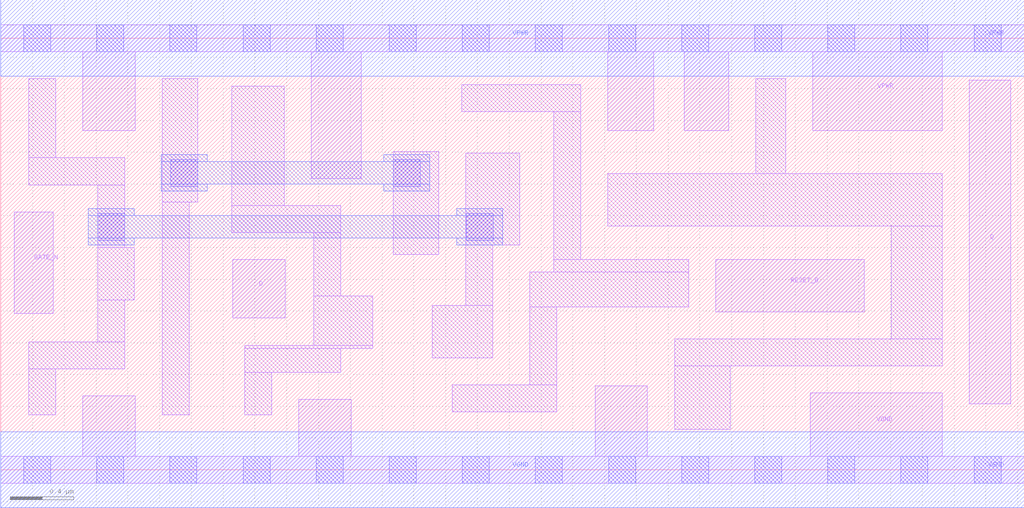
<source format=lef>
# Copyright 2020 The SkyWater PDK Authors
#
# Licensed under the Apache License, Version 2.0 (the "License");
# you may not use this file except in compliance with the License.
# You may obtain a copy of the License at
#
#     https://www.apache.org/licenses/LICENSE-2.0
#
# Unless required by applicable law or agreed to in writing, software
# distributed under the License is distributed on an "AS IS" BASIS,
# WITHOUT WARRANTIES OR CONDITIONS OF ANY KIND, either express or implied.
# See the License for the specific language governing permissions and
# limitations under the License.
#
# SPDX-License-Identifier: Apache-2.0

VERSION 5.7 ;
  NAMESCASESENSITIVE ON ;
  NOWIREEXTENSIONATPIN ON ;
  DIVIDERCHAR "/" ;
  BUSBITCHARS "[]" ;
UNITS
  DATABASE MICRONS 200 ;
END UNITS
MACRO sky130_fd_sc_hd__dlrtn_1
  CLASS CORE ;
  SOURCE USER ;
  FOREIGN sky130_fd_sc_hd__dlrtn_1 ;
  ORIGIN  0.000000  0.000000 ;
  SIZE  6.440000 BY  2.720000 ;
  SYMMETRY X Y R90 ;
  SITE unithd ;
  PIN D
    ANTENNAGATEAREA  0.159000 ;
    DIRECTION INPUT ;
    USE SIGNAL ;
    PORT
      LAYER li1 ;
        RECT 1.460000 0.955000 1.790000 1.325000 ;
    END
  END D
  PIN Q
    ANTENNADIFFAREA  0.429000 ;
    DIRECTION OUTPUT ;
    USE SIGNAL ;
    PORT
      LAYER li1 ;
        RECT 6.095000 0.415000 6.355000 2.455000 ;
    END
  END Q
  PIN RESET_B
    ANTENNAGATEAREA  0.247500 ;
    DIRECTION INPUT ;
    USE SIGNAL ;
    PORT
      LAYER li1 ;
        RECT 4.500000 0.995000 5.435000 1.325000 ;
    END
  END RESET_B
  PIN GATE_N
    ANTENNAGATEAREA  0.159000 ;
    DIRECTION INPUT ;
    USE CLOCK ;
    PORT
      LAYER li1 ;
        RECT 0.085000 0.985000 0.330000 1.625000 ;
    END
  END GATE_N
  PIN VGND
    DIRECTION INOUT ;
    SHAPE ABUTMENT ;
    USE GROUND ;
    PORT
      LAYER li1 ;
        RECT 0.000000 -0.085000 6.440000 0.085000 ;
        RECT 0.515000  0.085000 0.845000 0.465000 ;
        RECT 1.875000  0.085000 2.205000 0.445000 ;
        RECT 3.740000  0.085000 4.070000 0.530000 ;
        RECT 5.095000  0.085000 5.925000 0.485000 ;
      LAYER mcon ;
        RECT 0.145000 -0.085000 0.315000 0.085000 ;
        RECT 0.605000 -0.085000 0.775000 0.085000 ;
        RECT 1.065000 -0.085000 1.235000 0.085000 ;
        RECT 1.525000 -0.085000 1.695000 0.085000 ;
        RECT 1.985000 -0.085000 2.155000 0.085000 ;
        RECT 2.445000 -0.085000 2.615000 0.085000 ;
        RECT 2.905000 -0.085000 3.075000 0.085000 ;
        RECT 3.365000 -0.085000 3.535000 0.085000 ;
        RECT 3.825000 -0.085000 3.995000 0.085000 ;
        RECT 4.285000 -0.085000 4.455000 0.085000 ;
        RECT 4.745000 -0.085000 4.915000 0.085000 ;
        RECT 5.205000 -0.085000 5.375000 0.085000 ;
        RECT 5.665000 -0.085000 5.835000 0.085000 ;
        RECT 6.125000 -0.085000 6.295000 0.085000 ;
      LAYER met1 ;
        RECT 0.000000 -0.240000 6.440000 0.240000 ;
    END
  END VGND
  PIN VPWR
    DIRECTION INOUT ;
    SHAPE ABUTMENT ;
    USE POWER ;
    PORT
      LAYER li1 ;
        RECT 0.000000 2.635000 6.440000 2.805000 ;
        RECT 0.515000 2.135000 0.845000 2.635000 ;
        RECT 1.955000 1.835000 2.270000 2.635000 ;
        RECT 3.820000 2.135000 4.110000 2.635000 ;
        RECT 4.300000 2.135000 4.580000 2.635000 ;
        RECT 5.110000 2.135000 5.925000 2.635000 ;
      LAYER mcon ;
        RECT 0.145000 2.635000 0.315000 2.805000 ;
        RECT 0.605000 2.635000 0.775000 2.805000 ;
        RECT 1.065000 2.635000 1.235000 2.805000 ;
        RECT 1.525000 2.635000 1.695000 2.805000 ;
        RECT 1.985000 2.635000 2.155000 2.805000 ;
        RECT 2.445000 2.635000 2.615000 2.805000 ;
        RECT 2.905000 2.635000 3.075000 2.805000 ;
        RECT 3.365000 2.635000 3.535000 2.805000 ;
        RECT 3.825000 2.635000 3.995000 2.805000 ;
        RECT 4.285000 2.635000 4.455000 2.805000 ;
        RECT 4.745000 2.635000 4.915000 2.805000 ;
        RECT 5.205000 2.635000 5.375000 2.805000 ;
        RECT 5.665000 2.635000 5.835000 2.805000 ;
        RECT 6.125000 2.635000 6.295000 2.805000 ;
      LAYER met1 ;
        RECT 0.000000 2.480000 6.440000 2.960000 ;
    END
  END VPWR
  OBS
    LAYER li1 ;
      RECT 0.175000 0.345000 0.345000 0.635000 ;
      RECT 0.175000 0.635000 0.780000 0.805000 ;
      RECT 0.175000 1.795000 0.780000 1.965000 ;
      RECT 0.175000 1.965000 0.345000 2.465000 ;
      RECT 0.610000 0.805000 0.780000 1.070000 ;
      RECT 0.610000 1.070000 0.840000 1.400000 ;
      RECT 0.610000 1.400000 0.780000 1.795000 ;
      RECT 1.015000 0.345000 1.185000 1.685000 ;
      RECT 1.015000 1.685000 1.240000 2.465000 ;
      RECT 1.455000 1.495000 2.140000 1.665000 ;
      RECT 1.455000 1.665000 1.785000 2.415000 ;
      RECT 1.535000 0.345000 1.705000 0.615000 ;
      RECT 1.535000 0.615000 2.140000 0.765000 ;
      RECT 1.535000 0.765000 2.340000 0.785000 ;
      RECT 1.970000 0.785000 2.340000 1.095000 ;
      RECT 1.970000 1.095000 2.140000 1.495000 ;
      RECT 2.470000 1.355000 2.755000 2.005000 ;
      RECT 2.715000 0.705000 3.095000 1.035000 ;
      RECT 2.840000 0.365000 3.500000 0.535000 ;
      RECT 2.900000 2.255000 3.650000 2.425000 ;
      RECT 2.925000 1.035000 3.095000 1.415000 ;
      RECT 2.925000 1.415000 3.265000 1.995000 ;
      RECT 3.330000 0.535000 3.500000 1.025000 ;
      RECT 3.330000 1.025000 4.330000 1.245000 ;
      RECT 3.480000 1.245000 4.330000 1.325000 ;
      RECT 3.480000 1.325000 3.650000 2.255000 ;
      RECT 3.820000 1.535000 5.925000 1.865000 ;
      RECT 4.240000 0.255000 4.590000 0.655000 ;
      RECT 4.240000 0.655000 5.925000 0.825000 ;
      RECT 4.750000 1.865000 4.940000 2.465000 ;
      RECT 5.605000 0.825000 5.925000 1.535000 ;
    LAYER mcon ;
      RECT 0.610000 1.445000 0.780000 1.615000 ;
      RECT 1.070000 1.785000 1.240000 1.955000 ;
      RECT 2.470000 1.785000 2.640000 1.955000 ;
      RECT 2.930000 1.445000 3.100000 1.615000 ;
    LAYER met1 ;
      RECT 0.550000 1.415000 0.840000 1.460000 ;
      RECT 0.550000 1.460000 3.160000 1.600000 ;
      RECT 0.550000 1.600000 0.840000 1.645000 ;
      RECT 1.010000 1.755000 1.300000 1.800000 ;
      RECT 1.010000 1.800000 2.700000 1.940000 ;
      RECT 1.010000 1.940000 1.300000 1.985000 ;
      RECT 2.410000 1.755000 2.700000 1.800000 ;
      RECT 2.410000 1.940000 2.700000 1.985000 ;
      RECT 2.870000 1.415000 3.160000 1.460000 ;
      RECT 2.870000 1.600000 3.160000 1.645000 ;
  END
END sky130_fd_sc_hd__dlrtn_1
END LIBRARY

</source>
